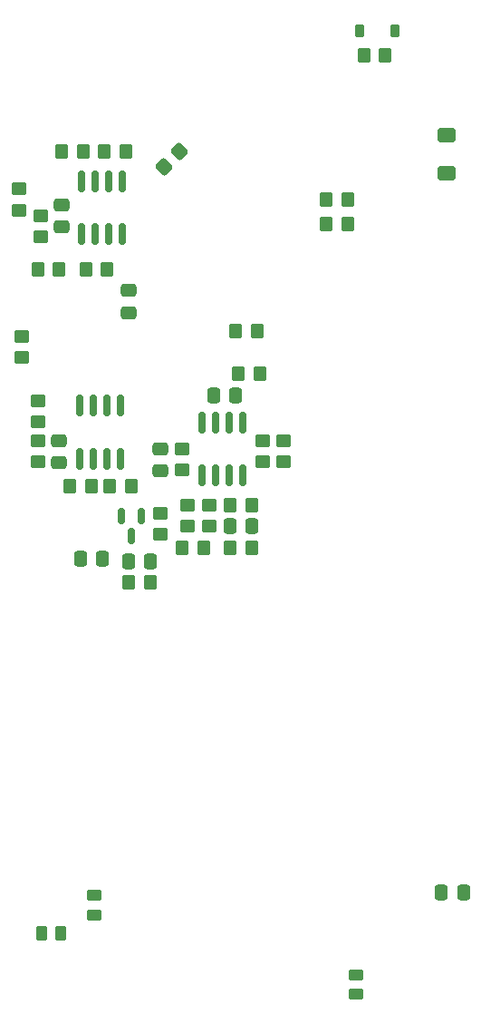
<source format=gbr>
%TF.GenerationSoftware,KiCad,Pcbnew,7.0.6-7.0.6~ubuntu22.04.1*%
%TF.CreationDate,2023-07-17T17:36:07+01:00*%
%TF.ProjectId,phasenom,70686173-656e-46f6-9d2e-6b696361645f,rev?*%
%TF.SameCoordinates,Original*%
%TF.FileFunction,Paste,Top*%
%TF.FilePolarity,Positive*%
%FSLAX46Y46*%
G04 Gerber Fmt 4.6, Leading zero omitted, Abs format (unit mm)*
G04 Created by KiCad (PCBNEW 7.0.6-7.0.6~ubuntu22.04.1) date 2023-07-17 17:36:07*
%MOMM*%
%LPD*%
G01*
G04 APERTURE LIST*
G04 Aperture macros list*
%AMRoundRect*
0 Rectangle with rounded corners*
0 $1 Rounding radius*
0 $2 $3 $4 $5 $6 $7 $8 $9 X,Y pos of 4 corners*
0 Add a 4 corners polygon primitive as box body*
4,1,4,$2,$3,$4,$5,$6,$7,$8,$9,$2,$3,0*
0 Add four circle primitives for the rounded corners*
1,1,$1+$1,$2,$3*
1,1,$1+$1,$4,$5*
1,1,$1+$1,$6,$7*
1,1,$1+$1,$8,$9*
0 Add four rect primitives between the rounded corners*
20,1,$1+$1,$2,$3,$4,$5,0*
20,1,$1+$1,$4,$5,$6,$7,0*
20,1,$1+$1,$6,$7,$8,$9,0*
20,1,$1+$1,$8,$9,$2,$3,0*%
G04 Aperture macros list end*
%ADD10RoundRect,0.250000X-0.337500X-0.475000X0.337500X-0.475000X0.337500X0.475000X-0.337500X0.475000X0*%
%ADD11RoundRect,0.250000X0.475000X-0.337500X0.475000X0.337500X-0.475000X0.337500X-0.475000X-0.337500X0*%
%ADD12RoundRect,0.225000X0.225000X0.375000X-0.225000X0.375000X-0.225000X-0.375000X0.225000X-0.375000X0*%
%ADD13RoundRect,0.150000X-0.150000X0.587500X-0.150000X-0.587500X0.150000X-0.587500X0.150000X0.587500X0*%
%ADD14RoundRect,0.250000X-0.450000X0.262500X-0.450000X-0.262500X0.450000X-0.262500X0.450000X0.262500X0*%
%ADD15RoundRect,0.250000X-0.262500X-0.450000X0.262500X-0.450000X0.262500X0.450000X-0.262500X0.450000X0*%
%ADD16RoundRect,0.250000X-0.450000X0.350000X-0.450000X-0.350000X0.450000X-0.350000X0.450000X0.350000X0*%
%ADD17RoundRect,0.250000X0.350000X0.450000X-0.350000X0.450000X-0.350000X-0.450000X0.350000X-0.450000X0*%
%ADD18RoundRect,0.150000X0.150000X-0.825000X0.150000X0.825000X-0.150000X0.825000X-0.150000X-0.825000X0*%
%ADD19RoundRect,0.250000X-0.070711X0.565685X-0.565685X0.070711X0.070711X-0.565685X0.565685X-0.070711X0*%
%ADD20RoundRect,0.250000X-0.350000X-0.450000X0.350000X-0.450000X0.350000X0.450000X-0.350000X0.450000X0*%
%ADD21RoundRect,0.250000X0.450000X-0.350000X0.450000X0.350000X-0.450000X0.350000X-0.450000X-0.350000X0*%
%ADD22RoundRect,0.250000X0.600000X-0.400000X0.600000X0.400000X-0.600000X0.400000X-0.600000X-0.400000X0*%
%ADD23RoundRect,0.250000X0.337500X0.475000X-0.337500X0.475000X-0.337500X-0.475000X0.337500X-0.475000X0*%
G04 APERTURE END LIST*
D10*
%TO.C,C4*%
X134222500Y-104050000D03*
X136297500Y-104050000D03*
%TD*%
D11*
%TO.C,C10*%
X134260000Y-80837500D03*
X134260000Y-78762500D03*
%TD*%
D12*
%TO.C,D2*%
X155860000Y-54550000D03*
X159160000Y-54550000D03*
%TD*%
D13*
%TO.C,Q1*%
X135460000Y-99862500D03*
X133560000Y-99862500D03*
X134510000Y-101737500D03*
%TD*%
D14*
%TO.C,R1*%
X155500000Y-142637500D03*
X155500000Y-144462500D03*
%TD*%
D15*
%TO.C,R2*%
X126097500Y-138800000D03*
X127922500Y-138800000D03*
%TD*%
D14*
%TO.C,R3*%
X131010000Y-135225000D03*
X131010000Y-137050000D03*
%TD*%
D16*
%TO.C,R28*%
X124010000Y-69300000D03*
X124010000Y-71300000D03*
%TD*%
D17*
%TO.C,R29*%
X156260000Y-56800000D03*
X158260000Y-56800000D03*
%TD*%
%TO.C,R30*%
X154760000Y-70300000D03*
X152760000Y-70300000D03*
%TD*%
D18*
%TO.C,U3*%
X129855000Y-68575000D03*
X131125000Y-68575000D03*
X132395000Y-68575000D03*
X133665000Y-68575000D03*
X133665000Y-73525000D03*
X132395000Y-73525000D03*
X131125000Y-73525000D03*
X129855000Y-73525000D03*
%TD*%
%TO.C,U2*%
X129720000Y-89550000D03*
X130990000Y-89550000D03*
X132260000Y-89550000D03*
X133530000Y-89550000D03*
X133530000Y-94500000D03*
X132260000Y-94500000D03*
X130990000Y-94500000D03*
X129720000Y-94500000D03*
%TD*%
%TO.C,U1*%
X141105000Y-91075000D03*
X142375000Y-91075000D03*
X143645000Y-91075000D03*
X144915000Y-91075000D03*
X144915000Y-96025000D03*
X143645000Y-96025000D03*
X142375000Y-96025000D03*
X141105000Y-96025000D03*
%TD*%
D17*
%TO.C,R27*%
X132010000Y-65800000D03*
X134010000Y-65800000D03*
%TD*%
D19*
%TO.C,R26*%
X137552893Y-67257107D03*
X138967107Y-65842893D03*
%TD*%
D20*
%TO.C,R25*%
X130010000Y-65800000D03*
X128010000Y-65800000D03*
%TD*%
D16*
%TO.C,R24*%
X126010000Y-73800000D03*
X126010000Y-71800000D03*
%TD*%
D20*
%TO.C,R23*%
X132260000Y-76800000D03*
X130260000Y-76800000D03*
%TD*%
D17*
%TO.C,R22*%
X125760000Y-76800000D03*
X127760000Y-76800000D03*
%TD*%
D21*
%TO.C,R21*%
X125760000Y-89050000D03*
X125760000Y-91050000D03*
%TD*%
D16*
%TO.C,R20*%
X124260000Y-85050000D03*
X124260000Y-83050000D03*
%TD*%
D21*
%TO.C,R19*%
X125760000Y-92800000D03*
X125760000Y-94800000D03*
%TD*%
D17*
%TO.C,R18*%
X132510000Y-97050000D03*
X134510000Y-97050000D03*
%TD*%
D21*
%TO.C,R17*%
X139260000Y-93550000D03*
X139260000Y-95550000D03*
%TD*%
D17*
%TO.C,R16*%
X128760000Y-97050000D03*
X130760000Y-97050000D03*
%TD*%
D20*
%TO.C,R15*%
X154760000Y-72550000D03*
X152760000Y-72550000D03*
%TD*%
%TO.C,R14*%
X146260000Y-82550000D03*
X144260000Y-82550000D03*
%TD*%
%TO.C,R13*%
X146510000Y-86550000D03*
X144510000Y-86550000D03*
%TD*%
D21*
%TO.C,R12*%
X148760000Y-92800000D03*
X148760000Y-94800000D03*
%TD*%
D16*
%TO.C,R11*%
X146760000Y-94800000D03*
X146760000Y-92800000D03*
%TD*%
D17*
%TO.C,R10*%
X139260000Y-102800000D03*
X141260000Y-102800000D03*
%TD*%
D16*
%TO.C,R9*%
X139760000Y-100800000D03*
X139760000Y-98800000D03*
%TD*%
D20*
%TO.C,R8*%
X136260000Y-106050000D03*
X134260000Y-106050000D03*
%TD*%
D16*
%TO.C,R7*%
X137260000Y-101550000D03*
X137260000Y-99550000D03*
%TD*%
%TO.C,R6*%
X141760000Y-100800000D03*
X141760000Y-98800000D03*
%TD*%
D20*
%TO.C,R5*%
X145760000Y-98800000D03*
X143760000Y-98800000D03*
%TD*%
D17*
%TO.C,R4*%
X145760000Y-102800000D03*
X143760000Y-102800000D03*
%TD*%
D22*
%TO.C,D3*%
X164010000Y-67800000D03*
X164010000Y-64300000D03*
%TD*%
D11*
%TO.C,C11*%
X128010000Y-70762500D03*
X128010000Y-72837500D03*
%TD*%
%TO.C,C9*%
X127760000Y-92800000D03*
X127760000Y-94875000D03*
%TD*%
D10*
%TO.C,C8*%
X131835000Y-103800000D03*
X129760000Y-103800000D03*
%TD*%
D11*
%TO.C,C7*%
X137260000Y-93550000D03*
X137260000Y-95625000D03*
%TD*%
D10*
%TO.C,C5*%
X144260000Y-88550000D03*
X142185000Y-88550000D03*
%TD*%
D23*
%TO.C,C3*%
X145797500Y-100800000D03*
X143722500Y-100800000D03*
%TD*%
D10*
%TO.C,C1*%
X165585000Y-135000000D03*
X163510000Y-135000000D03*
%TD*%
M02*

</source>
